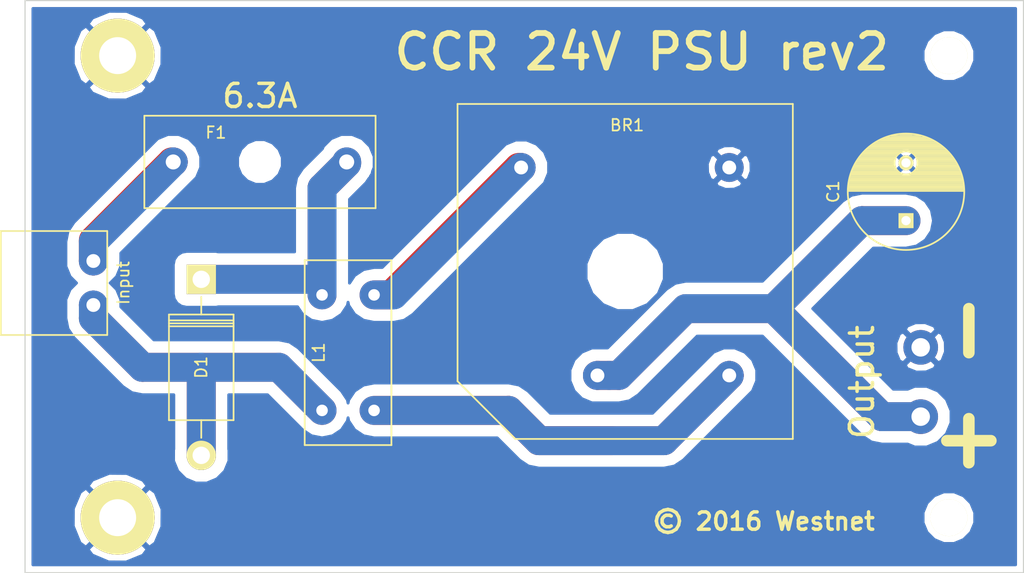
<source format=kicad_pcb>
(kicad_pcb (version 4) (host pcbnew 4.0.4-1.fc24-product)

  (general
    (links 13)
    (no_connects 0)
    (area 79.625 81.34 175.357143 133.39)
    (thickness 1.6)
    (drawings 6)
    (tracks 63)
    (zones 0)
    (modules 11)
    (nets 8)
  )

  (page A4)
  (title_block
    (title "CCR 24V PSU")
    (rev 2)
    (company Westnet)
  )

  (layers
    (0 F.Cu signal)
    (31 B.Cu signal)
    (32 B.Adhes user)
    (33 F.Adhes user)
    (34 B.Paste user)
    (35 F.Paste user)
    (36 B.SilkS user)
    (37 F.SilkS user)
    (38 B.Mask user)
    (39 F.Mask user)
    (40 Dwgs.User user)
    (41 Cmts.User user)
    (42 Eco1.User user)
    (43 Eco2.User user)
    (44 Edge.Cuts user)
    (45 Margin user)
    (46 B.CrtYd user)
    (47 F.CrtYd user)
    (48 B.Fab user)
    (49 F.Fab user)
  )

  (setup
    (last_trace_width 0.25)
    (trace_clearance 0.2)
    (zone_clearance 0.508)
    (zone_45_only no)
    (trace_min 0.2)
    (segment_width 0.2)
    (edge_width 0.1)
    (via_size 0.6)
    (via_drill 0.4)
    (via_min_size 0.4)
    (via_min_drill 0.3)
    (uvia_size 0.3)
    (uvia_drill 0.1)
    (uvias_allowed no)
    (uvia_min_size 0.2)
    (uvia_min_drill 0.1)
    (pcb_text_width 0.3)
    (pcb_text_size 1.5 1.5)
    (mod_edge_width 0.15)
    (mod_text_size 1 1)
    (mod_text_width 0.15)
    (pad_size 3 3)
    (pad_drill 1.6)
    (pad_to_mask_clearance 0)
    (aux_axis_origin 0 0)
    (visible_elements FFFFFF7F)
    (pcbplotparams
      (layerselection 0x00030_80000001)
      (usegerberextensions false)
      (excludeedgelayer true)
      (linewidth 0.100000)
      (plotframeref false)
      (viasonmask false)
      (mode 1)
      (useauxorigin false)
      (hpglpennumber 1)
      (hpglpenspeed 20)
      (hpglpendiameter 15)
      (hpglpenoverlay 2)
      (psnegative false)
      (psa4output false)
      (plotreference true)
      (plotvalue true)
      (plotinvisibletext false)
      (padsonsilk false)
      (subtractmaskfromsilk false)
      (outputformat 1)
      (mirror false)
      (drillshape 1)
      (scaleselection 1)
      (outputdirectory ""))
  )

  (net 0 "")
  (net 1 "Net-(C1-Pad1)")
  (net 2 "Net-(D1-Pad2)")
  (net 3 "Net-(D1-Pad4)")
  (net 4 "Net-(F1-Pad1)")
  (net 5 "Net-(F1-Pad2)")
  (net 6 "Net-(L1-Pad4)")
  (net 7 GND)

  (net_class Default "This is the default net class."
    (clearance 0.2)
    (trace_width 0.25)
    (via_dia 0.6)
    (via_drill 0.4)
    (uvia_dia 0.3)
    (uvia_drill 0.1)
  )

  (net_class big ""
    (clearance 1)
    (trace_width 2.5)
    (via_dia 1.2)
    (via_drill 1)
    (uvia_dia 0.3)
    (uvia_drill 0.1)
    (add_net GND)
    (add_net "Net-(C1-Pad1)")
    (add_net "Net-(D1-Pad2)")
    (add_net "Net-(D1-Pad4)")
    (add_net "Net-(F1-Pad1)")
    (add_net "Net-(F1-Pad2)")
    (add_net "Net-(L1-Pad4)")
  )

  (module Mounting_Holes:MountingHole_3.2mm_M3_Pad (layer F.Cu) (tedit 581B58CB) (tstamp 581B557A)
    (at 93.1 127.315)
    (descr "Mounting Hole 3.2mm, M3")
    (tags "mounting hole 3.2mm m3")
    (path /581B53B6)
    (fp_text reference P3 (at 0 -4.2) (layer F.SilkS) hide
      (effects (font (size 1 1) (thickness 0.15)))
    )
    (fp_text value CONN_01X01 (at 0 4.2) (layer F.Fab) hide
      (effects (font (size 1 1) (thickness 0.15)))
    )
    (fp_circle (center 0 0) (end 3.2 0) (layer Cmts.User) (width 0.15))
    (fp_circle (center 0 0) (end 3.45 0) (layer F.CrtYd) (width 0.05))
    (pad 1 thru_hole circle (at 0 0) (size 6.4 6.4) (drill 3.2) (layers *.Cu *.Mask F.SilkS)
      (net 7 GND))
  )

  (module Mounting_Holes:MountingHole_3.2mm_M3_Pad (layer F.Cu) (tedit 581B5902) (tstamp 581B557E)
    (at 93.1 87.315)
    (descr "Mounting Hole 3.2mm, M3")
    (tags "mounting hole 3.2mm m3")
    (path /581B5341)
    (fp_text reference P4 (at 0 -4.2) (layer F.SilkS) hide
      (effects (font (size 1 1) (thickness 0.15)))
    )
    (fp_text value CONN_01X01 (at 0 4.2) (layer F.Fab) hide
      (effects (font (size 1 1) (thickness 0.15)))
    )
    (fp_circle (center 0 0) (end 3.2 0) (layer Cmts.User) (width 0.15))
    (fp_circle (center 0 0) (end 3.45 0) (layer F.CrtYd) (width 0.05))
    (pad 1 thru_hole circle (at 0 0) (size 6.4 6.4) (drill 3.2) (layers *.Cu *.Mask F.SilkS)
      (net 7 GND))
  )

  (module Mounting_Holes:MountingHole_3.2mm_M3 (layer F.Cu) (tedit 581B58F0) (tstamp 581B50ED)
    (at 165 87.315)
    (descr "Mounting Hole 3.2mm, no annular, M3")
    (tags "mounting hole 3.2mm no annular m3")
    (fp_text reference REF** (at 0 -4.2) (layer F.SilkS) hide
      (effects (font (size 1 1) (thickness 0.15)))
    )
    (fp_text value MountingHole_3.2mm_M3 (at 0 4.2) (layer F.Fab) hide
      (effects (font (size 1 1) (thickness 0.15)))
    )
    (fp_circle (center 0 0) (end 3.2 0) (layer Cmts.User) (width 0.15))
    (fp_circle (center 0 0) (end 3.45 0) (layer F.CrtYd) (width 0.05))
    (pad "" np_thru_hole circle (at 0 0) (size 3.2 3.2) (drill 3.2) (layers *.Cu *.Mask F.SilkS))
  )

  (module Capacitors_ThroughHole:C_Radial_D10_L13_P5 (layer F.Cu) (tedit 0) (tstamp 581B2F92)
    (at 161.29 101.6 90)
    (descr "Radial Electrolytic Capacitor Diameter 10mm x Length 13mm, Pitch 5mm")
    (tags "Electrolytic Capacitor")
    (path /581A0A6B)
    (fp_text reference C1 (at 2.5 -6.3 90) (layer F.SilkS)
      (effects (font (size 1 1) (thickness 0.15)))
    )
    (fp_text value CP (at 2.5 6.3 90) (layer F.Fab)
      (effects (font (size 1 1) (thickness 0.15)))
    )
    (fp_line (start 2.575 -4.999) (end 2.575 4.999) (layer F.SilkS) (width 0.15))
    (fp_line (start 2.715 -4.995) (end 2.715 4.995) (layer F.SilkS) (width 0.15))
    (fp_line (start 2.855 -4.987) (end 2.855 4.987) (layer F.SilkS) (width 0.15))
    (fp_line (start 2.995 -4.975) (end 2.995 4.975) (layer F.SilkS) (width 0.15))
    (fp_line (start 3.135 -4.96) (end 3.135 4.96) (layer F.SilkS) (width 0.15))
    (fp_line (start 3.275 -4.94) (end 3.275 4.94) (layer F.SilkS) (width 0.15))
    (fp_line (start 3.415 -4.916) (end 3.415 4.916) (layer F.SilkS) (width 0.15))
    (fp_line (start 3.555 -4.887) (end 3.555 4.887) (layer F.SilkS) (width 0.15))
    (fp_line (start 3.695 -4.855) (end 3.695 4.855) (layer F.SilkS) (width 0.15))
    (fp_line (start 3.835 -4.818) (end 3.835 4.818) (layer F.SilkS) (width 0.15))
    (fp_line (start 3.975 -4.777) (end 3.975 4.777) (layer F.SilkS) (width 0.15))
    (fp_line (start 4.115 -4.732) (end 4.115 -0.466) (layer F.SilkS) (width 0.15))
    (fp_line (start 4.115 0.466) (end 4.115 4.732) (layer F.SilkS) (width 0.15))
    (fp_line (start 4.255 -4.682) (end 4.255 -0.667) (layer F.SilkS) (width 0.15))
    (fp_line (start 4.255 0.667) (end 4.255 4.682) (layer F.SilkS) (width 0.15))
    (fp_line (start 4.395 -4.627) (end 4.395 -0.796) (layer F.SilkS) (width 0.15))
    (fp_line (start 4.395 0.796) (end 4.395 4.627) (layer F.SilkS) (width 0.15))
    (fp_line (start 4.535 -4.567) (end 4.535 -0.885) (layer F.SilkS) (width 0.15))
    (fp_line (start 4.535 0.885) (end 4.535 4.567) (layer F.SilkS) (width 0.15))
    (fp_line (start 4.675 -4.502) (end 4.675 -0.946) (layer F.SilkS) (width 0.15))
    (fp_line (start 4.675 0.946) (end 4.675 4.502) (layer F.SilkS) (width 0.15))
    (fp_line (start 4.815 -4.432) (end 4.815 -0.983) (layer F.SilkS) (width 0.15))
    (fp_line (start 4.815 0.983) (end 4.815 4.432) (layer F.SilkS) (width 0.15))
    (fp_line (start 4.955 -4.356) (end 4.955 -0.999) (layer F.SilkS) (width 0.15))
    (fp_line (start 4.955 0.999) (end 4.955 4.356) (layer F.SilkS) (width 0.15))
    (fp_line (start 5.095 -4.274) (end 5.095 -0.995) (layer F.SilkS) (width 0.15))
    (fp_line (start 5.095 0.995) (end 5.095 4.274) (layer F.SilkS) (width 0.15))
    (fp_line (start 5.235 -4.186) (end 5.235 -0.972) (layer F.SilkS) (width 0.15))
    (fp_line (start 5.235 0.972) (end 5.235 4.186) (layer F.SilkS) (width 0.15))
    (fp_line (start 5.375 -4.091) (end 5.375 -0.927) (layer F.SilkS) (width 0.15))
    (fp_line (start 5.375 0.927) (end 5.375 4.091) (layer F.SilkS) (width 0.15))
    (fp_line (start 5.515 -3.989) (end 5.515 -0.857) (layer F.SilkS) (width 0.15))
    (fp_line (start 5.515 0.857) (end 5.515 3.989) (layer F.SilkS) (width 0.15))
    (fp_line (start 5.655 -3.879) (end 5.655 -0.756) (layer F.SilkS) (width 0.15))
    (fp_line (start 5.655 0.756) (end 5.655 3.879) (layer F.SilkS) (width 0.15))
    (fp_line (start 5.795 -3.761) (end 5.795 -0.607) (layer F.SilkS) (width 0.15))
    (fp_line (start 5.795 0.607) (end 5.795 3.761) (layer F.SilkS) (width 0.15))
    (fp_line (start 5.935 -3.633) (end 5.935 -0.355) (layer F.SilkS) (width 0.15))
    (fp_line (start 5.935 0.355) (end 5.935 3.633) (layer F.SilkS) (width 0.15))
    (fp_line (start 6.075 -3.496) (end 6.075 3.496) (layer F.SilkS) (width 0.15))
    (fp_line (start 6.215 -3.346) (end 6.215 3.346) (layer F.SilkS) (width 0.15))
    (fp_line (start 6.355 -3.184) (end 6.355 3.184) (layer F.SilkS) (width 0.15))
    (fp_line (start 6.495 -3.007) (end 6.495 3.007) (layer F.SilkS) (width 0.15))
    (fp_line (start 6.635 -2.811) (end 6.635 2.811) (layer F.SilkS) (width 0.15))
    (fp_line (start 6.775 -2.593) (end 6.775 2.593) (layer F.SilkS) (width 0.15))
    (fp_line (start 6.915 -2.347) (end 6.915 2.347) (layer F.SilkS) (width 0.15))
    (fp_line (start 7.055 -2.062) (end 7.055 2.062) (layer F.SilkS) (width 0.15))
    (fp_line (start 7.195 -1.72) (end 7.195 1.72) (layer F.SilkS) (width 0.15))
    (fp_line (start 7.335 -1.274) (end 7.335 1.274) (layer F.SilkS) (width 0.15))
    (fp_line (start 7.475 -0.499) (end 7.475 0.499) (layer F.SilkS) (width 0.15))
    (fp_circle (center 5 0) (end 5 -1) (layer F.SilkS) (width 0.15))
    (fp_circle (center 2.5 0) (end 2.5 -5.0375) (layer F.SilkS) (width 0.15))
    (fp_circle (center 2.5 0) (end 2.5 -5.3) (layer F.CrtYd) (width 0.05))
    (pad 1 thru_hole rect (at 0 0 90) (size 1.3 1.3) (drill 0.8) (layers *.Cu *.Mask F.SilkS)
      (net 1 "Net-(C1-Pad1)"))
    (pad 2 thru_hole circle (at 5 0 90) (size 1.3 1.3) (drill 0.8) (layers *.Cu *.Mask F.SilkS)
      (net 7 GND))
    (model Capacitors_ThroughHole.3dshapes/C_Radial_D10_L13_P5.wrl
      (at (xyz 0.0984252 0 0))
      (scale (xyz 1 1 1))
      (rotate (xyz 0 0 90))
    )
  )

  (module project:GBPC-W (layer F.Cu) (tedit 583C16C0) (tstamp 581B2F9B)
    (at 137 106)
    (path /581A0577)
    (fp_text reference BR1 (at 0.16 -12.655) (layer F.SilkS)
      (effects (font (size 1 1) (thickness 0.15)))
    )
    (fp_text value "Bridge Rectifier" (at -0.475 11.475) (layer F.Fab)
      (effects (font (size 1 1) (thickness 0.15)))
    )
    (fp_line (start -14.5 9.5) (end -9.5 14.5) (layer F.SilkS) (width 0.15))
    (fp_line (start -14.5 -14.5) (end 14.5 -14.5) (layer F.SilkS) (width 0.15))
    (fp_line (start 14.5 -14.5) (end 14.5 14.5) (layer F.SilkS) (width 0.15))
    (fp_line (start 14.5 14.5) (end -9.5 14.5) (layer F.SilkS) (width 0.15))
    (fp_line (start -14.5 9.5) (end -14.5 -14.5) (layer F.SilkS) (width 0.15))
    (pad 1 thru_hole circle (at 9 -9) (size 2.5 2.5) (drill 1.2) (layers *.Cu *.Mask)
      (net 7 GND))
    (pad 2 thru_hole circle (at 9 9) (size 2.5 2.5) (drill 1.2) (layers *.Cu *.Mask)
      (net 2 "Net-(D1-Pad2)"))
    (pad 3 thru_hole circle (at -2.4 9) (size 2.5 2.5) (drill 1.2) (layers *.Cu *.Mask)
      (net 1 "Net-(C1-Pad1)"))
    (pad 4 thru_hole circle (at -9 -9) (size 2.5 2.5) (drill 1.2) (layers *.Cu *.Mask)
      (net 3 "Net-(D1-Pad4)"))
    (pad "" np_thru_hole circle (at 0 0) (size 5.5 5.5) (drill 5.5) (layers *.Cu *.Mask))
  )

  (module project:649-fuse (layer F.Cu) (tedit 583711D0) (tstamp 581B2FA2)
    (at 105.41 96.52)
    (path /581A0510)
    (fp_text reference F1 (at -3.81 -2.54) (layer F.SilkS)
      (effects (font (size 1 1) (thickness 0.15)))
    )
    (fp_text value 6.3A (at 0 -5.715) (layer F.SilkS)
      (effects (font (size 2 2) (thickness 0.3)))
    )
    (fp_line (start -10 -4) (end 10 -4) (layer F.SilkS) (width 0.15))
    (fp_line (start 10 -4) (end 10 4) (layer F.SilkS) (width 0.15))
    (fp_line (start 10 4) (end -10 4) (layer F.SilkS) (width 0.15))
    (fp_line (start -10 4) (end -10 -4) (layer F.SilkS) (width 0.15))
    (pad 1 thru_hole circle (at -7.5 0) (size 2.5 2.5) (drill 1.3) (layers *.Cu *.Mask)
      (net 4 "Net-(F1-Pad1)"))
    (pad 2 thru_hole circle (at 7.5 0) (size 2.5 2.5) (drill 1.3) (layers *.Cu *.Mask)
      (net 5 "Net-(F1-Pad2)"))
    (pad "" np_thru_hole circle (at 0 0) (size 2.6 2.6) (drill 2.6) (layers *.Cu *.Mask))
  )

  (module project:WE-CMB (layer F.Cu) (tedit 58371190) (tstamp 581B2FAE)
    (at 113.03 113.03 270)
    (path /581B108B)
    (fp_text reference L1 (at 0 2.54 270) (layer F.SilkS)
      (effects (font (size 1 1) (thickness 0.15)))
    )
    (fp_text value Choke (at 0 -2.54 270) (layer F.Fab)
      (effects (font (size 1 1) (thickness 0.15)))
    )
    (fp_line (start -8 -3.75) (end 8 -3.75) (layer F.SilkS) (width 0.15))
    (fp_line (start 8 -3.75) (end 8 3.75) (layer F.SilkS) (width 0.15))
    (fp_line (start 8 3.75) (end -8 3.75) (layer F.SilkS) (width 0.15))
    (fp_line (start -8 3.75) (end -8 -3.75) (layer F.SilkS) (width 0.15))
    (pad 1 thru_hole circle (at -5 2.25 270) (size 2 2) (drill 1) (layers *.Cu *.Mask)
      (net 5 "Net-(F1-Pad2)"))
    (pad 2 thru_hole circle (at -5 -2.25 270) (size 2 2) (drill 1) (layers *.Cu *.Mask)
      (net 3 "Net-(D1-Pad4)"))
    (pad 3 thru_hole circle (at 5 -2.25 270) (size 2 2) (drill 1) (layers *.Cu *.Mask)
      (net 2 "Net-(D1-Pad2)"))
    (pad 4 thru_hole circle (at 5 2.25 270) (size 2 2) (drill 1) (layers *.Cu *.Mask)
      (net 6 "Net-(L1-Pad4)"))
  )

  (module project:MC1,5-2-G-3,81 (layer F.Cu) (tedit 581B561F) (tstamp 581B2FB4)
    (at 91 107 270)
    (path /581A038B)
    (fp_text reference Input (at 0 -2.6 270) (layer F.SilkS)
      (effects (font (size 1 1) (thickness 0.15)))
    )
    (fp_text value CONN_01X02 (at 0 9.6 270) (layer F.Fab) hide
      (effects (font (size 1 1) (thickness 0.15)))
    )
    (fp_line (start -4.5 -1.2) (end 4.5 -1.2) (layer F.SilkS) (width 0.15))
    (fp_line (start 4.5 -1.2) (end 4.5 8) (layer F.SilkS) (width 0.15))
    (fp_line (start 4.5 8) (end -4.5 8) (layer F.SilkS) (width 0.15))
    (fp_line (start -4.5 8) (end -4.5 -1.2) (layer F.SilkS) (width 0.15))
    (pad 1 thru_hole circle (at -1.905 0 270) (size 2.5 2.5) (drill 1.2) (layers *.Cu *.Mask)
      (net 4 "Net-(F1-Pad1)"))
    (pad 2 thru_hole circle (at 1.905 0 270) (size 2.5 2.5) (drill 1.2) (layers *.Cu *.Mask)
      (net 6 "Net-(L1-Pad4)"))
  )

  (module Diodes_ThroughHole:Diode_DO-201AD_Horizontal_RM15 (layer F.Cu) (tedit 58371199) (tstamp 581B2FC0)
    (at 100.33 106.68 270)
    (descr "Diode DO-201AD Horizontal")
    (tags "Diode DO-201AD Horizontal SB320 SB340 SB360")
    (path /581A0D21)
    (fp_text reference D1 (at 7.62 0 270) (layer F.SilkS)
      (effects (font (size 1 1) (thickness 0.15)))
    )
    (fp_text value VR (at 7.82922 -4.82896 270) (layer F.Fab) hide
      (effects (font (size 1 1) (thickness 0.15)))
    )
    (fp_line (start 12.19322 -0.00296) (end 13.71722 -0.00296) (layer F.SilkS) (width 0.15))
    (fp_line (start 3.04922 -0.00296) (end 1.52522 -0.00296) (layer F.SilkS) (width 0.15))
    (fp_line (start 4.06522 -2.79696) (end 4.06522 2.79104) (layer F.SilkS) (width 0.15))
    (fp_line (start 3.81122 -2.79696) (end 3.81122 2.79104) (layer F.SilkS) (width 0.15))
    (fp_line (start 3.55722 -2.79696) (end 3.55722 2.79104) (layer F.SilkS) (width 0.15))
    (fp_line (start 3.04922 2.79104) (end 3.04922 -2.79696) (layer F.SilkS) (width 0.15))
    (fp_line (start 3.04922 -2.79696) (end 12.19322 -2.79696) (layer F.SilkS) (width 0.15))
    (fp_line (start 12.19322 -2.79696) (end 12.19322 2.79104) (layer F.SilkS) (width 0.15))
    (fp_line (start 12.19322 2.79104) (end 3.04922 2.79104) (layer F.SilkS) (width 0.15))
    (pad 2 thru_hole circle (at 15.24122 -0.00296 90) (size 2.54 2.54) (drill 1.50114) (layers *.Cu *.Mask F.SilkS)
      (net 6 "Net-(L1-Pad4)"))
    (pad 1 thru_hole rect (at 0.00122 -0.00296 90) (size 2.54 2.54) (drill 1.50114) (layers *.Cu *.Mask F.SilkS)
      (net 5 "Net-(F1-Pad2)"))
  )

  (module project:V-OUT (layer F.Cu) (tedit 5837114A) (tstamp 581B3E4C)
    (at 162.56 115.57 90)
    (path /581A0959)
    (fp_text reference Output (at 0 -5.08 90) (layer F.SilkS)
      (effects (font (size 2 2) (thickness 0.3)))
    )
    (fp_text value CONN_01X02 (at 0 -2.286 90) (layer F.Fab) hide
      (effects (font (size 1 1) (thickness 0.15)))
    )
    (fp_text user - (at 4.445 3.81 90) (layer F.SilkS)
      (effects (font (size 5 5) (thickness 1)))
    )
    (fp_text user + (at -5.08 3.81 90) (layer F.SilkS)
      (effects (font (size 5 5) (thickness 1)))
    )
    (pad 1 thru_hole circle (at -3 0 90) (size 3 3) (drill 1.6) (layers *.Cu *.Mask)
      (net 1 "Net-(C1-Pad1)"))
    (pad 2 thru_hole circle (at 3 0 90) (size 3 3) (drill 1.6) (layers *.Cu *.Mask)
      (net 7 GND))
  )

  (module Mounting_Holes:MountingHole_3.2mm_M3 (layer F.Cu) (tedit 581B58DE) (tstamp 581B53E3)
    (at 165 127.315)
    (descr "Mounting Hole 3.2mm, no annular, M3")
    (tags "mounting hole 3.2mm no annular m3")
    (fp_text reference REF** (at 0 -4.2) (layer F.SilkS) hide
      (effects (font (size 1 1) (thickness 0.15)))
    )
    (fp_text value MountingHole_3.2mm_M3 (at 0 4.2) (layer F.Fab) hide
      (effects (font (size 1 1) (thickness 0.15)))
    )
    (fp_circle (center 0 0) (end 3.2 0) (layer Cmts.User) (width 0.15))
    (fp_circle (center 0 0) (end 3.45 0) (layer F.CrtYd) (width 0.05))
    (pad "" np_thru_hole circle (at 0 0) (size 3.2 3.2) (drill 3.2) (layers *.Cu *.Mask F.SilkS))
  )

  (gr_text "© 2016 Westnet" (at 158.75 127.635) (layer F.SilkS)
    (effects (font (size 1.5 1.5) (thickness 0.3)) (justify right))
  )
  (gr_text "CCR 24V PSU rev2" (at 138.43 86.995) (layer F.SilkS)
    (effects (font (size 3 3) (thickness 0.5)))
  )
  (gr_line (start 85.09 132.08) (end 85.09 82.55) (angle 90) (layer Edge.Cuts) (width 0.1))
  (gr_line (start 171.45 132.08) (end 85.09 132.08) (angle 90) (layer Edge.Cuts) (width 0.1))
  (gr_line (start 171.45 82.55) (end 171.45 132.08) (angle 90) (layer Edge.Cuts) (width 0.1))
  (gr_line (start 85.09 82.55) (end 171.45 82.55) (angle 90) (layer Edge.Cuts) (width 0.1))

  (segment (start 134.6 115) (end 135.6 115) (width 2.5) (layer B.Cu) (net 1))
  (segment (start 134.6 115) (end 136.46 115) (width 2.5) (layer F.Cu) (net 1))
  (segment (start 142.24 109.22) (end 149.86 109.22) (width 2.5) (layer F.Cu) (net 1) (tstamp 581B3EAB))
  (segment (start 136.46 115) (end 142.24 109.22) (width 2.5) (layer F.Cu) (net 1) (tstamp 581B3EA5))
  (segment (start 162.56 118.57) (end 159.21 118.57) (width 2.5) (layer B.Cu) (net 1))
  (segment (start 159.21 118.57) (end 149.86 109.22) (width 2.5) (layer B.Cu) (net 1) (tstamp 581B504A))
  (segment (start 135.6 115) (end 136.46 115) (width 2.5) (layer B.Cu) (net 1))
  (segment (start 136.46 115) (end 142.24 109.22) (width 2.5) (layer B.Cu) (net 1) (tstamp 581B5042))
  (segment (start 142.24 109.22) (end 149.86 109.22) (width 2.5) (layer B.Cu) (net 1) (tstamp 581B5044))
  (segment (start 157.48 101.6) (end 161.29 101.6) (width 2.5) (layer B.Cu) (net 1) (tstamp 581B5046))
  (segment (start 149.86 109.22) (end 157.48 101.6) (width 2.5) (layer B.Cu) (net 1) (tstamp 581B5045))
  (segment (start 161.29 101.6) (end 157.48 101.6) (width 2.5) (layer F.Cu) (net 1))
  (segment (start 157.48 101.6) (end 149.86 109.22) (width 2.5) (layer F.Cu) (net 1) (tstamp 581B3EBC))
  (segment (start 149.86 109.22) (end 159.21 118.57) (width 2.5) (layer F.Cu) (net 1) (tstamp 581B3EB0))
  (segment (start 159.21 118.57) (end 162.56 118.57) (width 2.5) (layer F.Cu) (net 1) (tstamp 581B3EB7))
  (segment (start 115.28 118.03) (end 126.92 118.03) (width 2.5) (layer F.Cu) (net 2))
  (segment (start 126.92 118.03) (end 129.54 120.65) (width 2.5) (layer F.Cu) (net 2) (tstamp 581B5223))
  (segment (start 129.54 120.65) (end 140.35 120.65) (width 2.5) (layer F.Cu) (net 2) (tstamp 581B5238))
  (segment (start 140.35 120.65) (end 146 115) (width 2.5) (layer F.Cu) (net 2) (tstamp 581B523D))
  (segment (start 129.54 120.65) (end 135.89 120.65) (width 2.5) (layer F.Cu) (net 2) (tstamp 581B5219))
  (segment (start 126.92 118.03) (end 129.54 120.65) (width 2.5) (layer F.Cu) (net 2) (tstamp 581B5215))
  (segment (start 115.28 118.03) (end 126.92 118.03) (width 2.5) (layer B.Cu) (net 2))
  (segment (start 140.35 120.65) (end 146 115) (width 2.5) (layer B.Cu) (net 2) (tstamp 581B51E8))
  (segment (start 129.54 120.65) (end 140.35 120.65) (width 2.5) (layer B.Cu) (net 2) (tstamp 581B51E7))
  (segment (start 126.92 118.03) (end 129.54 120.65) (width 2.5) (layer B.Cu) (net 2) (tstamp 581B51E5))
  (segment (start 115.28 108.03) (end 116.76 108.03) (width 2.5) (layer F.Cu) (net 3))
  (segment (start 116.76 108.03) (end 127.79 97) (width 2.5) (layer F.Cu) (net 3) (tstamp 581B51B2))
  (segment (start 127.79 97) (end 128 97) (width 2.5) (layer F.Cu) (net 3) (tstamp 581B51B4))
  (segment (start 115.28 108.03) (end 116.97 108.03) (width 2.5) (layer B.Cu) (net 3))
  (segment (start 116.97 108.03) (end 128 97) (width 2.5) (layer B.Cu) (net 3) (tstamp 581B5031))
  (segment (start 91 105.095) (end 91 103.31) (width 2.5) (layer F.Cu) (net 4))
  (segment (start 91 103.31) (end 97.79 96.52) (width 2.5) (layer F.Cu) (net 4) (tstamp 581B51A7))
  (segment (start 97.79 96.52) (end 97.91 96.52) (width 2.5) (layer F.Cu) (net 4) (tstamp 581B51AA))
  (segment (start 91 105.095) (end 91 103.43) (width 2.5) (layer B.Cu) (net 4))
  (segment (start 91 103.43) (end 97.91 96.52) (width 2.5) (layer B.Cu) (net 4) (tstamp 581B4FE8))
  (segment (start 100.33296 106.68122) (end 110.78 106.68122) (width 2.5) (layer B.Cu) (net 5))
  (segment (start 110.49 106.68) (end 110.78 106.68) (width 2.5) (layer B.Cu) (net 5) (tstamp 581B5016))
  (segment (start 110.77878 106.68) (end 110.49 106.68) (width 2.5) (layer B.Cu) (net 5) (tstamp 581B5015))
  (segment (start 110.78 106.68122) (end 110.77878 106.68) (width 2.5) (layer B.Cu) (net 5) (tstamp 581B5009))
  (segment (start 112.91 96.52) (end 112.91 96.64) (width 2.5) (layer B.Cu) (net 5))
  (segment (start 112.91 96.64) (end 110.78 98.77) (width 2.5) (layer B.Cu) (net 5) (tstamp 581B4FFF))
  (segment (start 110.78 98.77) (end 110.78 106.68) (width 2.5) (layer B.Cu) (net 5) (tstamp 581B5005))
  (segment (start 110.78 106.68) (end 110.78 108.03) (width 2.5) (layer B.Cu) (net 5) (tstamp 581B5017))
  (segment (start 100.33296 106.68122) (end 110.78 106.68122) (width 2.5) (layer F.Cu) (net 5))
  (segment (start 110.49 106.68) (end 110.78 106.68) (width 2.5) (layer F.Cu) (net 5) (tstamp 581B3D1E))
  (segment (start 110.77878 106.68) (end 110.49 106.68) (width 2.5) (layer F.Cu) (net 5) (tstamp 581B3D1D))
  (segment (start 110.78 106.68122) (end 110.77878 106.68) (width 2.5) (layer F.Cu) (net 5) (tstamp 581B3D1A))
  (segment (start 112.91 96.64) (end 110.78 98.77) (width 2.5) (layer F.Cu) (net 5) (tstamp 581B3CC9))
  (segment (start 110.78 98.77) (end 110.78 106.68) (width 2.5) (layer F.Cu) (net 5) (tstamp 581B3CCA))
  (segment (start 110.78 106.68) (end 110.78 108.03) (width 2.5) (layer F.Cu) (net 5) (tstamp 581B3D1F))
  (segment (start 100.33296 121.92122) (end 100.33296 114.3) (width 2.5) (layer B.Cu) (net 6))
  (segment (start 100.33296 114.3) (end 100.33 114.3) (width 2.5) (layer B.Cu) (net 6) (tstamp 581B4FFA))
  (segment (start 91 108.905) (end 91 110.05) (width 2.5) (layer B.Cu) (net 6))
  (segment (start 91 110.05) (end 95.25 114.3) (width 2.5) (layer B.Cu) (net 6) (tstamp 581B4FF1))
  (segment (start 95.25 114.3) (end 100.33 114.3) (width 2.5) (layer B.Cu) (net 6) (tstamp 581B4FF3))
  (segment (start 107.05 114.3) (end 110.78 118.03) (width 2.5) (layer B.Cu) (net 6) (tstamp 581B4FF6))
  (segment (start 100.33 114.3) (end 107.05 114.3) (width 2.5) (layer B.Cu) (net 6) (tstamp 581B4FFD))
  (segment (start 100.33296 121.92122) (end 100.33296 114.3) (width 2.5) (layer F.Cu) (net 6))
  (segment (start 100.33296 114.3) (end 100.33 114.3) (width 2.5) (layer F.Cu) (net 6) (tstamp 581B3CE6))
  (segment (start 91 110.05) (end 95.25 114.3) (width 2.5) (layer F.Cu) (net 6) (tstamp 581B3CD7))
  (segment (start 95.25 114.3) (end 100.33 114.3) (width 2.5) (layer F.Cu) (net 6) (tstamp 581B3CE1))
  (segment (start 100.33 114.3) (end 107.05 114.3) (width 2.5) (layer F.Cu) (net 6) (tstamp 581B3CEA))
  (segment (start 107.05 114.3) (end 110.78 118.03) (width 2.5) (layer F.Cu) (net 6) (tstamp 581B3CE3))

  (zone (net 7) (net_name GND) (layer B.Cu) (tstamp 581B31DD) (hatch edge 0.508)
    (connect_pads (clearance 0.508))
    (min_thickness 0.254)
    (fill yes (arc_segments 16) (thermal_gap 0.508) (thermal_bridge_width 0.508))
    (polygon
      (pts
        (xy 171.45 132.08) (xy 85.09 132.08) (xy 85.09 82.55) (xy 171.45 82.55)
      )
    )
    (filled_polygon
      (pts
        (xy 170.765 131.395) (xy 85.775 131.395) (xy 85.775 130.05591) (xy 90.538695 130.05591) (xy 90.90564 130.551343)
        (xy 92.311171 131.144736) (xy 93.836793 131.155087) (xy 95.250246 130.580819) (xy 95.29436 130.551343) (xy 95.661305 130.05591)
        (xy 93.1 127.494605) (xy 90.538695 130.05591) (xy 85.775 130.05591) (xy 85.775 128.051793) (xy 89.259913 128.051793)
        (xy 89.834181 129.465246) (xy 89.863657 129.50936) (xy 90.35909 129.876305) (xy 92.920395 127.315) (xy 93.279605 127.315)
        (xy 95.84091 129.876305) (xy 96.336343 129.50936) (xy 96.929736 128.103829) (xy 96.932084 127.757619) (xy 162.764613 127.757619)
        (xy 163.104155 128.579372) (xy 163.732321 129.208636) (xy 164.553481 129.549611) (xy 165.442619 129.550387) (xy 166.264372 129.210845)
        (xy 166.893636 128.582679) (xy 167.234611 127.761519) (xy 167.235387 126.872381) (xy 166.895845 126.050628) (xy 166.267679 125.421364)
        (xy 165.446519 125.080389) (xy 164.557381 125.079613) (xy 163.735628 125.419155) (xy 163.106364 126.047321) (xy 162.765389 126.868481)
        (xy 162.764613 127.757619) (xy 96.932084 127.757619) (xy 96.940087 126.578207) (xy 96.365819 125.164754) (xy 96.336343 125.12064)
        (xy 95.84091 124.753695) (xy 93.279605 127.315) (xy 92.920395 127.315) (xy 90.35909 124.753695) (xy 89.863657 125.12064)
        (xy 89.270264 126.526171) (xy 89.259913 128.051793) (xy 85.775 128.051793) (xy 85.775 124.57409) (xy 90.538695 124.57409)
        (xy 93.1 127.135395) (xy 95.661305 124.57409) (xy 95.29436 124.078657) (xy 93.888829 123.485264) (xy 92.363207 123.474913)
        (xy 90.949754 124.049181) (xy 90.90564 124.078657) (xy 90.538695 124.57409) (xy 85.775 124.57409) (xy 85.775 105.56574)
        (xy 88.622588 105.56574) (xy 88.983703 106.439703) (xy 89.543414 107.000391) (xy 88.986053 107.55678) (xy 88.623414 108.430111)
        (xy 88.622588 109.37574) (xy 88.623 109.376737) (xy 88.623 110.05) (xy 88.803938 110.959639) (xy 89.229809 111.597)
        (xy 89.319207 111.730793) (xy 93.569207 115.980793) (xy 94.340361 116.496062) (xy 94.49128 116.526082) (xy 95.25 116.677001)
        (xy 95.250005 116.677) (xy 97.95596 116.677) (xy 97.95596 121.395174) (xy 97.936377 121.442335) (xy 97.935545 122.395921)
        (xy 98.299697 123.277238) (xy 98.973396 123.952113) (xy 99.854075 124.317803) (xy 100.807661 124.318635) (xy 101.688978 123.954483)
        (xy 102.363853 123.280784) (xy 102.729543 122.400105) (xy 102.730375 121.446519) (xy 102.70996 121.397111) (xy 102.70996 116.677)
        (xy 106.065414 116.677) (xy 109.099207 119.710793) (xy 109.870362 120.226063) (xy 110.78 120.407001) (xy 111.689639 120.226063)
        (xy 112.460793 119.710793) (xy 112.976063 118.939639) (xy 113.030001 118.668476) (xy 113.083938 118.939639) (xy 113.599207 119.710793)
        (xy 114.370361 120.226062) (xy 115.28 120.407) (xy 125.935414 120.407) (xy 127.859205 122.33079) (xy 127.859207 122.330793)
        (xy 127.96294 122.400105) (xy 128.630362 122.846063) (xy 129.54 123.027001) (xy 129.540005 123.027) (xy 140.35 123.027)
        (xy 141.259639 122.846062) (xy 142.030793 122.330793) (xy 147.680793 116.680793) (xy 148.013947 116.34822) (xy 148.196062 115.909639)
        (xy 148.196063 115.909638) (xy 148.196064 115.909635) (xy 148.376586 115.474889) (xy 148.377412 114.52926) (xy 148.196063 114.090362)
        (xy 148.196063 114.090361) (xy 148.196061 114.090358) (xy 148.016297 113.655297) (xy 147.34822 112.986053) (xy 146.909643 112.80394)
        (xy 146.909639 112.803937) (xy 146.909634 112.803936) (xy 146.474889 112.623414) (xy 146.000001 112.622999) (xy 145.999999 112.622999)
        (xy 145.52926 112.622588) (xy 145.090364 112.803937) (xy 145.090362 112.803937) (xy 145.09036 112.803938) (xy 144.655297 112.983703)
        (xy 143.986053 113.65178) (xy 143.98564 113.652774) (xy 139.365414 118.273) (xy 130.524585 118.273) (xy 128.600793 116.349207)
        (xy 128.419198 116.227869) (xy 127.829639 115.833938) (xy 126.92 115.653) (xy 115.28 115.653) (xy 114.370361 115.833938)
        (xy 113.599207 116.349207) (xy 113.083938 117.120361) (xy 113.03 117.391524) (xy 112.976063 117.120362) (xy 112.460793 116.349207)
        (xy 111.582326 115.47074) (xy 132.222588 115.47074) (xy 132.583703 116.344703) (xy 133.25178 117.013947) (xy 134.125111 117.376586)
        (xy 135.07074 117.377412) (xy 135.071737 117.377) (xy 136.46 117.377) (xy 137.369639 117.196062) (xy 138.140793 116.680793)
        (xy 143.224586 111.597) (xy 148.875414 111.597) (xy 157.529207 120.250793) (xy 158.300361 120.766062) (xy 159.21 120.947)
        (xy 161.434198 120.947) (xy 162.035165 121.196543) (xy 163.08025 121.197455) (xy 164.046132 120.798361) (xy 164.785764 120.060019)
        (xy 165.186543 119.094835) (xy 165.187455 118.04975) (xy 164.788361 117.083868) (xy 164.050019 116.344236) (xy 163.084835 115.943457)
        (xy 162.03975 115.942545) (xy 161.433602 116.193) (xy 160.194586 116.193) (xy 158.085556 114.08397) (xy 161.225635 114.08397)
        (xy 161.385418 114.402739) (xy 162.176187 114.712723) (xy 163.025387 114.696497) (xy 163.734582 114.402739) (xy 163.894365 114.08397)
        (xy 162.56 112.749605) (xy 161.225635 114.08397) (xy 158.085556 114.08397) (xy 156.187773 112.186187) (xy 160.417277 112.186187)
        (xy 160.433503 113.035387) (xy 160.727261 113.744582) (xy 161.04603 113.904365) (xy 162.380395 112.57) (xy 162.739605 112.57)
        (xy 164.07397 113.904365) (xy 164.392739 113.744582) (xy 164.702723 112.953813) (xy 164.686497 112.104613) (xy 164.392739 111.395418)
        (xy 164.07397 111.235635) (xy 162.739605 112.57) (xy 162.380395 112.57) (xy 161.04603 111.235635) (xy 160.727261 111.395418)
        (xy 160.417277 112.186187) (xy 156.187773 112.186187) (xy 155.057616 111.05603) (xy 161.225635 111.05603) (xy 162.56 112.390395)
        (xy 163.894365 111.05603) (xy 163.734582 110.737261) (xy 162.943813 110.427277) (xy 162.094613 110.443503) (xy 161.385418 110.737261)
        (xy 161.225635 111.05603) (xy 155.057616 111.05603) (xy 153.221586 109.22) (xy 158.464586 103.977) (xy 161.29 103.977)
        (xy 162.199639 103.796062) (xy 162.970793 103.280793) (xy 163.486062 102.509639) (xy 163.667 101.6) (xy 163.486062 100.690361)
        (xy 162.970793 99.919207) (xy 162.199639 99.403938) (xy 161.29 99.223) (xy 157.48 99.223) (xy 156.570361 99.403938)
        (xy 155.799207 99.919207) (xy 148.875414 106.843) (xy 142.24 106.843) (xy 141.330361 107.023938) (xy 140.559207 107.539207)
        (xy 135.475414 112.623) (xy 134.60093 112.623) (xy 134.12926 112.622588) (xy 133.255297 112.983703) (xy 132.586053 113.65178)
        (xy 132.223414 114.525111) (xy 132.222588 115.47074) (xy 111.582326 115.47074) (xy 108.730793 112.619207) (xy 107.959639 112.103938)
        (xy 107.05 111.923) (xy 96.234586 111.923) (xy 93.377 109.065414) (xy 93.377 108.90593) (xy 93.377412 108.43426)
        (xy 93.016297 107.560297) (xy 92.456586 106.999609) (xy 93.013947 106.44322) (xy 93.376586 105.569889) (xy 93.376724 105.41122)
        (xy 97.913881 105.41122) (xy 97.913881 107.95122) (xy 97.992466 108.368861) (xy 98.239291 108.752439) (xy 98.615904 109.009768)
        (xy 99.06296 109.100299) (xy 101.60296 109.100299) (xy 101.826589 109.05822) (xy 108.663171 109.05822) (xy 109.099207 109.710793)
        (xy 109.870361 110.226062) (xy 110.78 110.407) (xy 111.689639 110.226062) (xy 112.460793 109.710793) (xy 112.976062 108.939639)
        (xy 113.03 108.668474) (xy 113.083938 108.939639) (xy 113.599207 109.710793) (xy 114.370361 110.226062) (xy 115.28 110.407)
        (xy 116.97 110.407) (xy 117.879639 110.226062) (xy 118.650793 109.710793) (xy 121.691222 106.670364) (xy 133.614414 106.670364)
        (xy 134.128663 107.914943) (xy 135.080048 108.86799) (xy 136.323728 109.384411) (xy 137.670364 109.385586) (xy 138.914943 108.871337)
        (xy 139.86799 107.919952) (xy 140.384411 106.676272) (xy 140.385586 105.329636) (xy 139.871337 104.085057) (xy 138.919952 103.13201)
        (xy 137.676272 102.615589) (xy 136.329636 102.614414) (xy 135.085057 103.128663) (xy 134.13201 104.080048) (xy 133.615589 105.323728)
        (xy 133.614414 106.670364) (xy 121.691222 106.670364) (xy 129.680793 98.680793) (xy 130.013947 98.34822) (xy 130.020134 98.33332)
        (xy 144.846285 98.33332) (xy 144.975533 98.626123) (xy 145.675806 98.894388) (xy 146.425435 98.87425) (xy 147.024467 98.626123)
        (xy 147.153715 98.33332) (xy 146 97.179605) (xy 144.846285 98.33332) (xy 130.020134 98.33332) (xy 130.196061 97.909641)
        (xy 130.196063 97.909638) (xy 130.196064 97.909635) (xy 130.376586 97.474889) (xy 130.377283 96.675806) (xy 144.105612 96.675806)
        (xy 144.12575 97.425435) (xy 144.373877 98.024467) (xy 144.66668 98.153715) (xy 145.820395 97) (xy 146.179605 97)
        (xy 147.33332 98.153715) (xy 147.626123 98.024467) (xy 147.827416 97.499016) (xy 160.57059 97.499016) (xy 160.626271 97.729611)
        (xy 161.109078 97.897622) (xy 161.619428 97.868083) (xy 161.953729 97.729611) (xy 162.00941 97.499016) (xy 161.29 96.779605)
        (xy 160.57059 97.499016) (xy 147.827416 97.499016) (xy 147.894388 97.324194) (xy 147.87425 96.574565) (xy 147.809846 96.419078)
        (xy 159.992378 96.419078) (xy 160.021917 96.929428) (xy 160.160389 97.263729) (xy 160.390984 97.31941) (xy 161.110395 96.6)
        (xy 161.469605 96.6) (xy 162.189016 97.31941) (xy 162.419611 97.263729) (xy 162.587622 96.780922) (xy 162.558083 96.270572)
        (xy 162.419611 95.936271) (xy 162.189016 95.88059) (xy 161.469605 96.6) (xy 161.110395 96.6) (xy 160.390984 95.88059)
        (xy 160.160389 95.936271) (xy 159.992378 96.419078) (xy 147.809846 96.419078) (xy 147.626123 95.975533) (xy 147.33332 95.846285)
        (xy 146.179605 97) (xy 145.820395 97) (xy 144.66668 95.846285) (xy 144.373877 95.975533) (xy 144.105612 96.675806)
        (xy 130.377283 96.675806) (xy 130.377412 96.52926) (xy 130.196064 96.090365) (xy 130.196063 96.090361) (xy 130.196061 96.090358)
        (xy 130.021001 95.66668) (xy 144.846285 95.66668) (xy 146 96.820395) (xy 147.119411 95.700984) (xy 160.57059 95.700984)
        (xy 161.29 96.420395) (xy 162.00941 95.700984) (xy 161.953729 95.470389) (xy 161.470922 95.302378) (xy 160.960572 95.331917)
        (xy 160.626271 95.470389) (xy 160.57059 95.700984) (xy 147.119411 95.700984) (xy 147.153715 95.66668) (xy 147.024467 95.373877)
        (xy 146.324194 95.105612) (xy 145.574565 95.12575) (xy 144.975533 95.373877) (xy 144.846285 95.66668) (xy 130.021001 95.66668)
        (xy 130.016297 95.655297) (xy 129.34822 94.986053) (xy 128.909643 94.80394) (xy 128.909639 94.803937) (xy 128.909634 94.803936)
        (xy 128.474889 94.623414) (xy 128.000001 94.622999) (xy 127.999999 94.622999) (xy 127.52926 94.622588) (xy 127.090364 94.803937)
        (xy 127.090362 94.803937) (xy 127.09036 94.803938) (xy 126.655297 94.983703) (xy 125.986053 95.65178) (xy 125.98564 95.652774)
        (xy 115.985414 105.653) (xy 115.28 105.653) (xy 114.370361 105.833938) (xy 113.599207 106.349207) (xy 113.157 107.011016)
        (xy 113.157 99.754586) (xy 114.590793 98.320793) (xy 114.831587 97.960419) (xy 114.923947 97.86822) (xy 114.974434 97.746634)
        (xy 115.106062 97.549639) (xy 115.15188 97.319298) (xy 115.286586 96.994889) (xy 115.286896 96.640525) (xy 115.287 96.64)
        (xy 115.287 96.52093) (xy 115.287412 96.04926) (xy 114.926297 95.175297) (xy 114.25822 94.506053) (xy 113.384889 94.143414)
        (xy 112.43926 94.142588) (xy 111.565297 94.503703) (xy 110.896053 95.17178) (xy 110.810429 95.377985) (xy 109.099207 97.089207)
        (xy 108.583938 97.860361) (xy 108.403 98.77) (xy 108.403 104.30422) (xy 101.810753 104.30422) (xy 101.60296 104.262141)
        (xy 99.06296 104.262141) (xy 98.645319 104.340726) (xy 98.261741 104.587551) (xy 98.004412 104.964164) (xy 97.913881 105.41122)
        (xy 93.376724 105.41122) (xy 93.377412 104.62426) (xy 93.377 104.623263) (xy 93.377 104.414586) (xy 99.590793 98.200793)
        (xy 99.923947 97.86822) (xy 100.286586 96.994889) (xy 100.286666 96.903207) (xy 103.474665 96.903207) (xy 103.76863 97.614658)
        (xy 104.312479 98.159457) (xy 105.023416 98.454663) (xy 105.793207 98.455335) (xy 106.504658 98.16137) (xy 107.049457 97.617521)
        (xy 107.344663 96.906584) (xy 107.345335 96.136793) (xy 107.05137 95.425342) (xy 106.507521 94.880543) (xy 105.796584 94.585337)
        (xy 105.026793 94.584665) (xy 104.315342 94.87863) (xy 103.770543 95.422479) (xy 103.475337 96.133416) (xy 103.474665 96.903207)
        (xy 100.286666 96.903207) (xy 100.287412 96.04926) (xy 99.926297 95.175297) (xy 99.25822 94.506053) (xy 98.384889 94.143414)
        (xy 97.43926 94.142588) (xy 96.565297 94.503703) (xy 95.896053 95.17178) (xy 95.89564 95.172774) (xy 89.319207 101.749207)
        (xy 88.803938 102.520361) (xy 88.623 103.43) (xy 88.623 105.09407) (xy 88.622588 105.56574) (xy 85.775 105.56574)
        (xy 85.775 90.05591) (xy 90.538695 90.05591) (xy 90.90564 90.551343) (xy 92.311171 91.144736) (xy 93.836793 91.155087)
        (xy 95.250246 90.580819) (xy 95.29436 90.551343) (xy 95.661305 90.05591) (xy 93.1 87.494605) (xy 90.538695 90.05591)
        (xy 85.775 90.05591) (xy 85.775 88.051793) (xy 89.259913 88.051793) (xy 89.834181 89.465246) (xy 89.863657 89.50936)
        (xy 90.35909 89.876305) (xy 92.920395 87.315) (xy 93.279605 87.315) (xy 95.84091 89.876305) (xy 96.336343 89.50936)
        (xy 96.929736 88.103829) (xy 96.932084 87.757619) (xy 162.764613 87.757619) (xy 163.104155 88.579372) (xy 163.732321 89.208636)
        (xy 164.553481 89.549611) (xy 165.442619 89.550387) (xy 166.264372 89.210845) (xy 166.893636 88.582679) (xy 167.234611 87.761519)
        (xy 167.235387 86.872381) (xy 166.895845 86.050628) (xy 166.267679 85.421364) (xy 165.446519 85.080389) (xy 164.557381 85.079613)
        (xy 163.735628 85.419155) (xy 163.106364 86.047321) (xy 162.765389 86.868481) (xy 162.764613 87.757619) (xy 96.932084 87.757619)
        (xy 96.940087 86.578207) (xy 96.365819 85.164754) (xy 96.336343 85.12064) (xy 95.84091 84.753695) (xy 93.279605 87.315)
        (xy 92.920395 87.315) (xy 90.35909 84.753695) (xy 89.863657 85.12064) (xy 89.270264 86.526171) (xy 89.259913 88.051793)
        (xy 85.775 88.051793) (xy 85.775 84.57409) (xy 90.538695 84.57409) (xy 93.1 87.135395) (xy 95.661305 84.57409)
        (xy 95.29436 84.078657) (xy 93.888829 83.485264) (xy 92.363207 83.474913) (xy 90.949754 84.049181) (xy 90.90564 84.078657)
        (xy 90.538695 84.57409) (xy 85.775 84.57409) (xy 85.775 83.235) (xy 170.765 83.235)
      )
    )
  )
)

</source>
